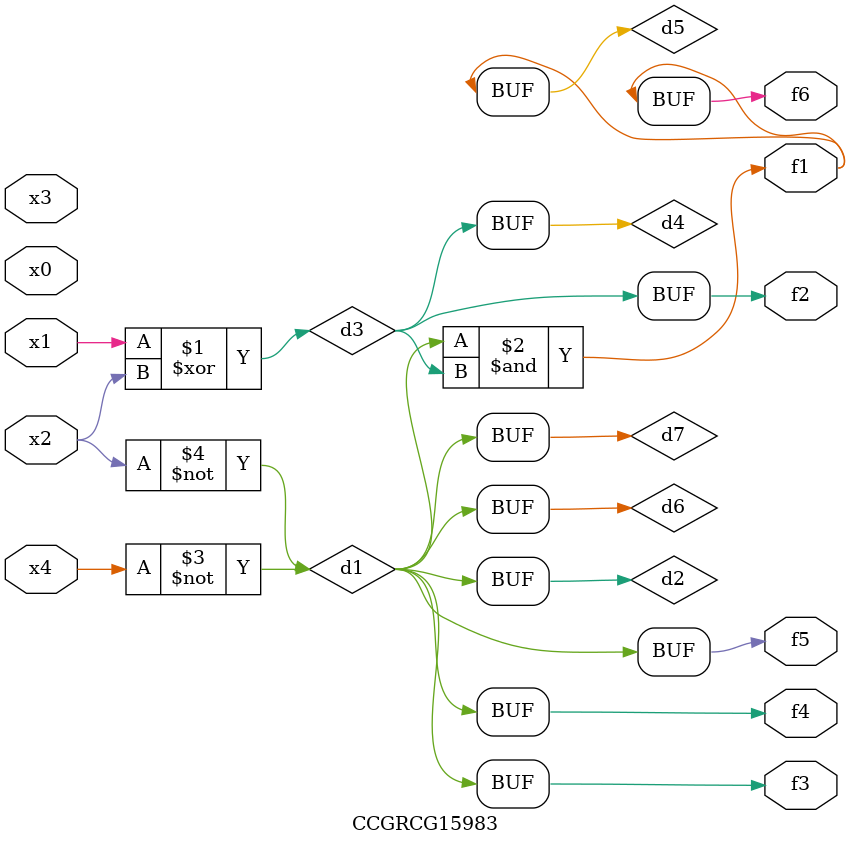
<source format=v>
module CCGRCG15983(
	input x0, x1, x2, x3, x4,
	output f1, f2, f3, f4, f5, f6
);

	wire d1, d2, d3, d4, d5, d6, d7;

	not (d1, x4);
	not (d2, x2);
	xor (d3, x1, x2);
	buf (d4, d3);
	and (d5, d1, d3);
	buf (d6, d1, d2);
	buf (d7, d2);
	assign f1 = d5;
	assign f2 = d4;
	assign f3 = d7;
	assign f4 = d7;
	assign f5 = d7;
	assign f6 = d5;
endmodule

</source>
